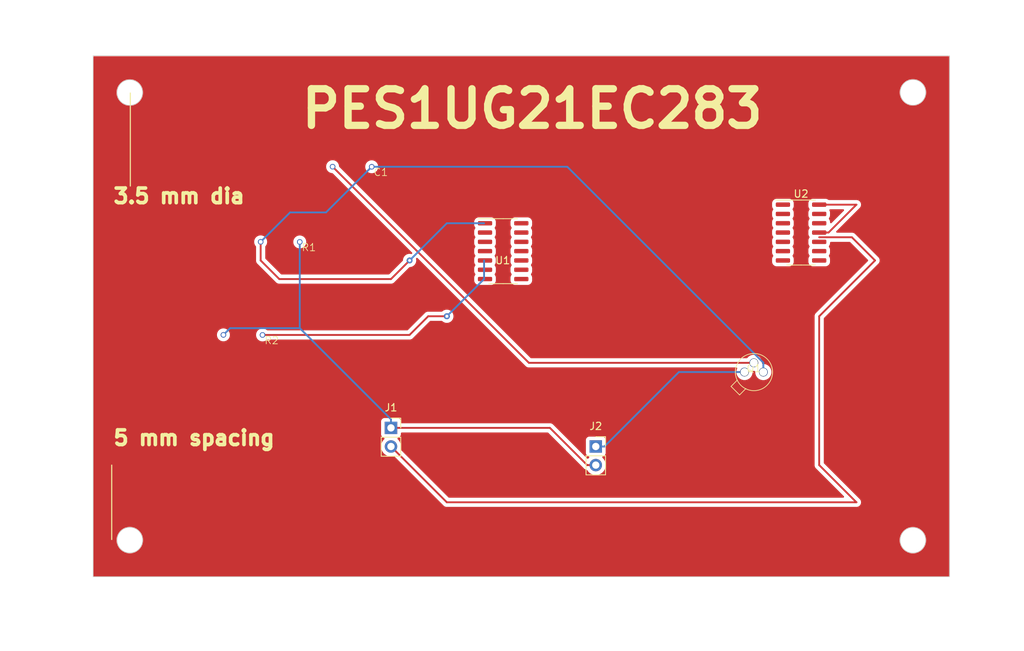
<source format=kicad_pcb>
(kicad_pcb (version 20221018) (generator pcbnew)
  (layers (0 "F.Cu" signal) (31 "B.Cu" signal) (34 "B.Paste" user) (35 "F.Paste" user) (36 "B.SilkS" user "B.Silkscreen") (37 "F.SilkS" user "F.Silkscreen") (38 "B.Mask" user) (39 "F.Mask" user) (44 "Edge.Cuts" user))
  (net 0 "")
  (net 1 "Net-(Q1-B)")
  (net 2 "Net-(Q1-E)")
  (net 3 "GND")
  (net 4 "Net-(J1-Pin_2)")
  (net 5 "Net-(J2-Pin_1)")
  (net 6 "Net-(R2-Pad2)")
  (footprint "D_0.508mm_forcapandres:D_0.508mm_forcapandres" (layer "F.Cu") (at 90.4041 82.541)
    (fp_text reference "R2" (at 0 -0.5 unlocked) (layer "F.SilkS") (effects (font (thickness 0.1))))
    (fp_text value "3M")
    (pad "1" thru_hole circle (at -6.584115 -1.260987) (size 0.758 0.758) (drill 0.508) (layers "*.Cu" "*.Mask") (net 3 "GND"))
    (pad "2" thru_hole circle (at -1.248806 -1.248806) (size 0.758 0.758) (drill 0.508) (layers "*.Cu" "*.Mask") (net 6 "Net-(R2-Pad2)"))
  )
  (footprint "Package_SO:SO-14_3.9x8.65mm_P1.27mm" (layer "F.Cu") (at 162.625 67.31)
    (fp_text reference "U2" (at 0 -5.28) (layer "F.SilkS"))
    (fp_text value "LM124A")
    (fp_line (start 0 -4.435) (end -3.45 -4.435) (stroke (width 0.12)) (layer "F.SilkS"))
    (fp_line (start 0 -4.435) (end 1.95 -4.435) (stroke (width 0.12)) (layer "F.SilkS"))
    (fp_line (start 0 4.435) (end -1.95 4.435) (stroke (width 0.12)) (layer "F.SilkS"))
    (fp_line (start 0 4.435) (end 1.95 4.435) (stroke (width 0.12)) (layer "F.SilkS"))
    (pad "1" smd roundrect (at -2.475 -3.81) (size 1.95 0.6) (layers "F.Cu" "F.Paste" "F.Mask"))
    (pad "2" smd roundrect (at -2.475 -2.54) (size 1.95 0.6) (layers "F.Cu" "F.Paste" "F.Mask"))
    (pad "3" smd roundrect (at -2.475 -1.27) (size 1.95 0.6) (layers "F.Cu" "F.Paste" "F.Mask"))
    (pad "4" smd roundrect (at -2.475 0) (size 1.95 0.6) (layers "F.Cu" "F.Paste" "F.Mask"))
    (pad "5" smd roundrect (at -2.475 1.27) (size 1.95 0.6) (layers "F.Cu" "F.Paste" "F.Mask"))
    (pad "6" smd roundrect (at -2.475 2.54) (size 1.95 0.6) (layers "F.Cu" "F.Paste" "F.Mask"))
    (pad "7" smd roundrect (at -2.475 3.81) (size 1.95 0.6) (layers "F.Cu" "F.Paste" "F.Mask"))
    (pad "8" smd roundrect (at 2.475 3.81) (size 1.95 0.6) (layers "F.Cu" "F.Paste" "F.Mask"))
    (pad "9" smd roundrect (at 2.475 2.54) (size 1.95 0.6) (layers "F.Cu" "F.Paste" "F.Mask"))
    (pad "10" smd roundrect (at 2.475 1.27) (size 1.95 0.6) (layers "F.Cu" "F.Paste" "F.Mask"))
    (pad "11" smd roundrect (at 2.475 0) (size 1.95 0.6) (layers "F.Cu" "F.Paste" "F.Mask"))
    (pad "12" smd roundrect (at 2.475 -1.27) (size 1.95 0.6) (layers "F.Cu" "F.Paste" "F.Mask"))
    (pad "13" smd roundrect (at 2.475 -2.54) (size 1.95 0.6) (layers "F.Cu" "F.Paste" "F.Mask"))
    (pad "14" smd roundrect (at 2.475 -3.81) (size 1.95 0.6) (layers "F.Cu" "F.Paste" "F.Mask"))
  )
  (footprint "Package_SO:SO-14_3.9x8.65mm_P1.27mm" (layer "F.Cu") (at 121.985 69.85)
    (fp_text reference "U1" (at -0.065 1.27) (layer "F.SilkS"))
    (fp_text value "LM124A")
    (fp_line (start 0 -4.435) (end -3.45 -4.435) (stroke (width 0.12)) (layer "F.SilkS"))
    (fp_line (start 0 -4.435) (end 1.95 -4.435) (stroke (width 0.12)) (layer "F.SilkS"))
    (fp_line (start 0 4.435) (end -1.95 4.435) (stroke (width 0.12)) (layer "F.SilkS"))
    (fp_line (start 0 4.435) (end 1.95 4.435) (stroke (width 0.12)) (layer "F.SilkS"))
    (pad "1" smd roundrect (at -2.475 -3.81) (size 1.95 0.6) (layers "F.Cu" "F.Paste" "F.Mask"))
    (pad "2" smd roundrect (at -2.475 -2.54) (size 1.95 0.6) (layers "F.Cu" "F.Paste" "F.Mask"))
    (pad "3" smd roundrect (at -2.475 -1.27) (size 1.95 0.6) (layers "F.Cu" "F.Paste" "F.Mask"))
    (pad "4" smd roundrect (at -2.475 0) (size 1.95 0.6) (layers "F.Cu" "F.Paste" "F.Mask"))
    (pad "5" smd roundrect (at -2.475 1.27) (size 1.95 0.6) (layers "F.Cu" "F.Paste" "F.Mask"))
    (pad "6" smd roundrect (at -2.475 2.54) (size 1.95 0.6) (layers "F.Cu" "F.Paste" "F.Mask"))
    (pad "7" smd roundrect (at -2.475 3.81) (size 1.95 0.6) (layers "F.Cu" "F.Paste" "F.Mask"))
    (pad "8" smd roundrect (at 2.475 3.81) (size 1.95 0.6) (layers "F.Cu" "F.Paste" "F.Mask"))
    (pad "9" smd roundrect (at 2.475 2.54) (size 1.95 0.6) (layers "F.Cu" "F.Paste" "F.Mask"))
    (pad "10" smd roundrect (at 2.475 1.27) (size 1.95 0.6) (layers "F.Cu" "F.Paste" "F.Mask"))
    (pad "11" smd roundrect (at 2.475 0) (size 1.95 0.6) (layers "F.Cu" "F.Paste" "F.Mask"))
    (pad "12" smd roundrect (at 2.475 -1.27) (size 1.95 0.6) (layers "F.Cu" "F.Paste" "F.Mask"))
    (pad "13" smd roundrect (at 2.475 -2.54) (size 1.95 0.6) (layers "F.Cu" "F.Paste" "F.Mask"))
    (pad "14" smd roundrect (at 2.475 -3.81) (size 1.95 0.6) (layers "F.Cu" "F.Paste" "F.Mask"))
  )
  (footprint "D_0.508mm_forcapandres:D_0.508mm_forcapandres" (layer "F.Cu") (at 95.4841 69.841)
    (fp_text reference "R1" (at 0 -0.5 unlocked) (layer "F.SilkS") (effects (font (thickness 0.1))))
    (fp_text value "1.5M")
    (pad "1" thru_hole circle (at -6.584115 -1.260987) (size 0.758 0.758) (drill 0.508) (layers "*.Cu" "*.Mask") (net 2 "Net-(Q1-E)"))
    (pad "2" thru_hole circle (at -1.248806 -1.248806) (size 0.758 0.758) (drill 0.508) (layers "*.Cu" "*.Mask") (net 3 "GND"))
  )
  (footprint "transistor_footprint:transistor_footprint" (layer "F.Cu") (at 156.1969 86.36)
    (fp_text reference "Q1" (at 0 -0.5 unlocked) (layer "F.SilkS") (effects (font (thickness 0.1))))
    (fp_text value "NPN")
    (fp_line (start -3.121522 1.958015) (end -1.958477 3.121984) (stroke (width 0.1)) (layer "F.SilkS"))
    (fp_line (start -2.26614 1.086392) (end -3.121522 1.958015) (stroke (width 0.1)) (layer "F.SilkS"))
    (fp_line (start -1.103095 2.250361) (end -1.958477 3.121984) (stroke (width 0.1)) (layer "F.SilkS"))
    (fp_circle (center -1.277242 0) (end -0.797242 0) (stroke (width 0.1)) (fill none) (layer "F.SilkS"))
    (fp_circle (center 0 -1.27) (end 0.48 -1.27) (stroke (width 0.1)) (fill none) (layer "F.SilkS"))
    (fp_circle (center 0 0) (end 2.54 0) (stroke (width 0.1)) (fill none) (layer "F.SilkS"))
    (fp_circle (center 1.27 0) (end 1.75 0) (stroke (width 0.1)) (fill none) (layer "F.SilkS"))
    (pad "1" thru_hole circle (at -1.289688 -0.00658) (size 1.2 1.2) (drill 1) (layers "*.Cu" "*.Mask") (net 5 "Net-(J2-Pin_1)"))
    (pad "2" thru_hole circle (at -0.01316 -1.263368) (size 1.2 1.2) (drill 1) (layers "*.Cu" "*.Mask") (net 1 "Net-(Q1-B)"))
    (pad "3" thru_hole circle (at 1.283108 0) (size 1.2 1.2) (drill 1) (layers "*.Cu" "*.Mask") (net 2 "Net-(Q1-E)"))
  )
  (footprint "Connector_PinSocket_2.54mm:PinSocket_1x02_P2.54mm_Vertical" (layer "F.Cu") (at 106.68 93.98)
    (fp_text reference "J1" (at 0 -2.77) (layer "F.SilkS"))
    (fp_text value "Conn_01x02_Socket")
    (fp_line (start -1.33 1.27) (end -1.33 3.87) (stroke (width 0.12)) (layer "F.SilkS"))
    (fp_line (start -1.33 1.27) (end 1.33 1.27) (stroke (width 0.12)) (layer "F.SilkS"))
    (fp_line (start -1.33 3.87) (end 1.33 3.87) (stroke (width 0.12)) (layer "F.SilkS"))
    (fp_line (start 0 -1.33) (end 1.33 -1.33) (stroke (width 0.12)) (layer "F.SilkS"))
    (fp_line (start 1.33 -1.33) (end 1.33 0) (stroke (width 0.12)) (layer "F.SilkS"))
    (fp_line (start 1.33 1.27) (end 1.33 3.87) (stroke (width 0.12)) (layer "F.SilkS"))
    (pad "1" thru_hole rect (at 0 0) (size 1.7 1.7) (drill 1) (layers "*.Cu" "*.Mask") (net 3 "GND"))
    (pad "2" thru_hole oval (at 0 2.54) (size 1.7 1.7) (drill 1) (layers "*.Cu" "*.Mask") (net 4 "Net-(J1-Pin_2)"))
  )
  (footprint "D_0.508mm_forcapandres:D_0.508mm_forcapandres" (layer "F.Cu") (at 105.2975 59.5775)
    (fp_text reference "C1" (at 0 -0.5 unlocked) (layer "F.SilkS") (effects (font (thickness 0.1))))
    (fp_text value "0.001u")
    (pad "1" thru_hole circle (at -6.584115 -1.260987) (size 0.758 0.758) (drill 0.508) (layers "*.Cu" "*.Mask") (net 1 "Net-(Q1-B)"))
    (pad "2" thru_hole circle (at -1.248806 -1.248806) (size 0.758 0.758) (drill 0.508) (layers "*.Cu" "*.Mask") (net 2 "Net-(Q1-E)"))
  )
  (footprint "Connector_PinSocket_2.54mm:PinSocket_1x02_P2.54mm_Vertical" (layer "F.Cu") (at 134.62 96.52)
    (fp_text reference "J2" (at 0 -2.77) (layer "F.SilkS"))
    (fp_text value "Conn_01x02_Socket")
    (fp_line (start -1.33 1.27) (end -1.33 3.87) (stroke (width 0.12)) (layer "F.SilkS"))
    (fp_line (start -1.33 1.27) (end 1.33 1.27) (stroke (width 0.12)) (layer "F.SilkS"))
    (fp_line (start -1.33 3.87) (end 1.33 3.87) (stroke (width 0.12)) (layer "F.SilkS"))
    (fp_line (start 0 -1.33) (end 1.33 -1.33) (stroke (width 0.12)) (layer "F.SilkS"))
    (fp_line (start 1.33 -1.33) (end 1.33 0) (stroke (width 0.12)) (layer "F.SilkS"))
    (fp_line (start 1.33 1.27) (end 1.33 3.87) (stroke (width 0.12)) (layer "F.SilkS"))
    (pad "1" thru_hole rect (at 0 0) (size 1.7 1.7) (drill 1) (layers "*.Cu" "*.Mask") (net 5 "Net-(J2-Pin_1)"))
    (pad "2" thru_hole oval (at 0 2.54) (size 1.7 1.7) (drill 1) (layers "*.Cu" "*.Mask") (net 3 "GND"))
  )
  (gr_line (start 71.12 48.26) (end 71.12 60.96) (stroke (width 0.15)) (layer "F.SilkS"))
  (gr_line (start 68.58 109.22) (end 68.58 99.06) (stroke (width 0.15)) (layer "F.SilkS"))
  (gr_circle (center 177.890207 48.171889) (end 179.640207 48.171889) (stroke (width 0.1)) (fill none) (layer "Edge.Cuts"))
  (gr_circle (center 177.882938 109.313317) (end 179.632938 109.313317) (stroke (width 0.1)) (fill none) (layer "Edge.Cuts"))
  (gr_rect (start 66.04 43.18) (end 182.88 114.3) (stroke (width 0.1)) (fill none) (layer "Edge.Cuts"))
  (gr_circle (center 71.050885 109.302938) (end 72.800885 109.302938) (stroke (width 0.1)) (fill none) (layer "Edge.Cuts"))
  (gr_circle (center 71.047441 48.190885) (end 72.797441 48.190885) (stroke (width 0.1)) (fill none) (layer "Edge.Cuts"))
  (gr_text "5 mm spacing" (at 68.58 96.52) (layer "F.SilkS") (effects (font (size 2 2) (thickness 0.5) bold) (justify left bottom)))
  (gr_text "3.5 mm dia" (at 68.58 63.5) (layer "F.SilkS") (effects (font (size 2 2) (thickness 0.5) bold) (justify left bottom)))
  (gr_text "PES1UG21EC283" (at 93.98 53.34) (layer "F.SilkS") (effects (font (size 5 5) (thickness 1) bold) (justify left bottom)))
  (segment (start 165.1 63.5) (end 170.18 63.5) (width 0.25) (layer "F.Cu") (net 0))
  (segment (start 170.18 63.5) (end 166.37 67.31) (width 0.25) (layer "F.Cu") (net 0))
  (segment (start 166.37 67.31) (end 165.1 67.31) (width 0.25) (layer "F.Cu") (net 0))
  (segment (start 125.4935 85.0966) (end 98.7134 58.3165) (width 0.25) (layer "F.Cu") (net 1))
  (segment (start 156.1837 85.0966) (end 125.4935 85.0966) (width 0.25) (layer "F.Cu") (net 1))
  (segment (start 91.44 73.66) (end 106.68 73.66) (width 0.25) (layer "F.Cu") (net 2))
  (segment (start 88.899985 68.580013) (end 88.899985 71.119985) (width 0.25) (layer "F.Cu") (net 2))
  (segment (start 88.899985 71.119985) (end 91.44 73.66) (width 0.25) (layer "F.Cu") (net 2))
  (segment (start 106.68 73.66) (end 109.22 71.12) (width 0.25) (layer "F.Cu") (net 2))
  (via (at 109.22 71.12) (size 0.8) (drill 0.4) (layers "F.Cu" "B.Cu") (net 2))
  (segment (start 92.9184 64.5616) (end 88.9 68.58) (width 0.25) (layer "B.Cu") (net 2))
  (segment (start 104.0487 58.3287) (end 97.8158 64.5616) (width 0.25) (layer "B.Cu") (net 2))
  (segment (start 157.48 85.0754) (end 130.7333 58.3287) (width 0.25) (layer "B.Cu") (net 2))
  (segment (start 157.48 86.36) (end 157.48 85.0754) (width 0.25) (layer "B.Cu") (net 2))
  (segment (start 130.7333 58.3287) (end 104.0487 58.3287) (width 0.25) (layer "B.Cu") (net 2))
  (segment (start 114.3 66.04) (end 119.38 66.04) (width 0.25) (layer "B.Cu") (net 2))
  (segment (start 97.8158 64.5616) (end 92.9184 64.5616) (width 0.25) (layer "B.Cu") (net 2))
  (segment (start 109.22 71.12) (end 114.3 66.04) (width 0.25) (layer "B.Cu") (net 2))
  (segment (start 134.62 99.06) (end 133.4431 99.06) (width 0.25) (layer "F.Cu") (net 3))
  (segment (start 106.68 93.98) (end 128.3631 93.98) (width 0.25) (layer "F.Cu") (net 3))
  (segment (start 128.3631 93.98) (end 133.4431 99.06) (width 0.25) (layer "F.Cu") (net 3))
  (segment (start 106.68 93.98) (end 106.68 92.8031) (width 0.25) (layer "B.Cu") (net 3))
  (segment (start 94.2353 80.3584) (end 84.7416 80.3584) (width 0.25) (layer "B.Cu") (net 3))
  (segment (start 94.2353 80.3584) (end 94.2353 68.5922) (width 0.25) (layer "B.Cu") (net 3))
  (segment (start 106.68 92.8031) (end 94.2353 80.3584) (width 0.25) (layer "B.Cu") (net 3))
  (segment (start 84.7416 80.3584) (end 83.82 81.28) (width 0.25) (layer "B.Cu") (net 3))
  (segment (start 114.3 104.14) (end 170.18 104.14) (width 0.25) (layer "F.Cu") (net 4))
  (segment (start 172.72 71.12) (end 169.555 67.955) (width 0.25) (layer "F.Cu") (net 4))
  (segment (start 165.1 78.74) (end 172.72 71.12) (width 0.25) (layer "F.Cu") (net 4))
  (segment (start 169.555 67.955) (end 165.1 67.955) (width 0.25) (layer "F.Cu") (net 4))
  (segment (start 170.18 104.14) (end 165.1 99.06) (width 0.25) (layer "F.Cu") (net 4))
  (segment (start 165.1 99.06) (end 165.1 78.74) (width 0.25) (layer "F.Cu") (net 4))
  (segment (start 106.68 96.52) (end 114.3 104.14) (width 0.25) (layer "F.Cu") (net 4))
  (segment (start 145.9635 86.3534) (end 154.9072 86.3534) (width 0.25) (layer "B.Cu") (net 5))
  (segment (start 134.62 96.52) (end 135.7969 96.52) (width 0.25) (layer "B.Cu") (net 5))
  (segment (start 135.7969 96.52) (end 145.9635 86.3534) (width 0.25) (layer "B.Cu") (net 5))
  (segment (start 89.155294 81.292194) (end 109.207806 81.292194) (width 0.25) (layer "F.Cu") (net 6))
  (segment (start 114.3 78.74) (end 111.76 78.74) (width 0.25) (layer "F.Cu") (net 6))
  (segment (start 109.207806 81.292194) (end 111.76 78.74) (width 0.25) (layer "F.Cu") (net 6))
  (via (at 114.3 78.74) (size 0.8) (drill 0.4) (layers "F.Cu" "B.Cu") (net 6))
  (via (at 114.3 78.74) (size 0.8) (drill 0.4) (layers "F.Cu" "B.Cu") (net 6))
  (segment (start 119.38 73.66) (end 119.38 71.12) (width 0.25) (layer "B.Cu") (net 6))
  (segment (start 114.3 78.74) (end 119.38 73.66) (width 0.25) (layer "B.Cu") (net 6))
  (zone (net 0) (net_name "") (layer "F.Cu") (connect_pads (clearance 0.5)) (min_thickness 0.25) (fill yes (thermal_gap 0.5) (thermal_bridge_width 0.5) (island_removal_mode 1) (island_area_min 10))
    (polygon (pts (xy 58.42 35.56) (xy 193.04 35.56) (xy 190.5 121.92) (xy 53.34 124.46)))
  )
)
</source>
